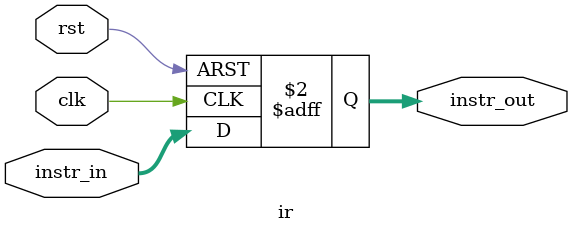
<source format=v>
module ir(instr_in,clk,rst,instr_out);

  input [31:0] instr_in;
  input clk,rst;
  output reg [31:0] instr_out;

always@(posedge clk or posedge rst)
  if(rst) instr_out = 32'b0;
  else instr_out = instr_in;

endmodule

</source>
